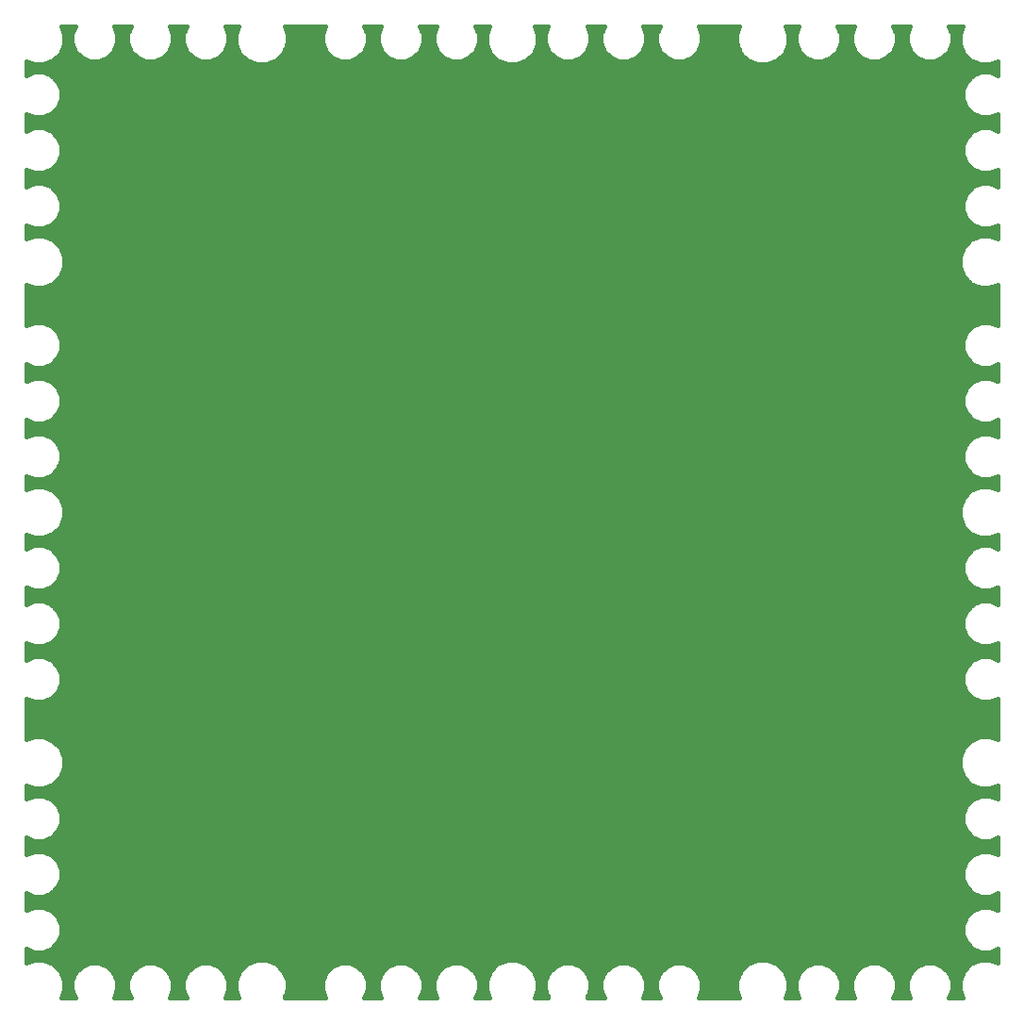
<source format=gbl>
G75*
G70*
%OFA0B0*%
%FSLAX24Y24*%
%IPPOS*%
%LPD*%
%AMOC8*
5,1,8,0,0,1.08239X$1,22.5*
%
%ADD10C,0.0160*%
D10*
X000740Y001977D02*
X000740Y002448D01*
X001006Y002338D01*
X001322Y002338D01*
X001615Y002459D01*
X001838Y002682D01*
X001959Y002975D01*
X001959Y003291D01*
X001838Y003583D01*
X001615Y003807D01*
X001322Y003928D01*
X001006Y003928D01*
X000740Y003817D01*
X000740Y004417D01*
X001006Y004306D01*
X001322Y004306D01*
X001615Y004427D01*
X001838Y004651D01*
X001959Y004943D01*
X001959Y005259D01*
X001838Y005552D01*
X001615Y005775D01*
X001322Y005896D01*
X001006Y005896D01*
X000740Y005786D01*
X000740Y006385D01*
X001006Y006275D01*
X001322Y006275D01*
X001615Y006396D01*
X001838Y006619D01*
X001959Y006912D01*
X001959Y007228D01*
X001838Y007520D01*
X001615Y007744D01*
X001322Y007865D01*
X001006Y007865D01*
X000740Y007754D01*
X000740Y008226D01*
X000983Y008125D01*
X001346Y008125D01*
X001681Y008264D01*
X001938Y008521D01*
X002077Y008857D01*
X002077Y009220D01*
X001938Y009555D01*
X001681Y009812D01*
X001346Y009951D01*
X000983Y009951D01*
X000740Y009851D01*
X000740Y011306D01*
X001006Y011196D01*
X001322Y011196D01*
X001615Y011317D01*
X001838Y011541D01*
X001959Y011833D01*
X001959Y012149D01*
X001838Y012441D01*
X001615Y012665D01*
X001322Y012786D01*
X001006Y012786D01*
X000740Y012676D01*
X000740Y013275D01*
X001006Y013165D01*
X001322Y013165D01*
X001615Y013286D01*
X001838Y013509D01*
X001959Y013801D01*
X001959Y014118D01*
X001838Y014410D01*
X001615Y014633D01*
X001322Y014754D01*
X001006Y014754D01*
X000740Y014644D01*
X000740Y015243D01*
X001006Y015133D01*
X001322Y015133D01*
X001615Y015254D01*
X001838Y015478D01*
X001959Y015770D01*
X001959Y016086D01*
X001838Y016378D01*
X001615Y016602D01*
X001322Y016723D01*
X001006Y016723D01*
X000740Y016613D01*
X000740Y017084D01*
X000983Y016983D01*
X001346Y016983D01*
X001681Y017122D01*
X001938Y017379D01*
X002077Y017715D01*
X002077Y018078D01*
X001938Y018414D01*
X001681Y018671D01*
X001346Y018810D01*
X000983Y018810D01*
X000740Y018709D01*
X000740Y019180D01*
X001006Y019070D01*
X001322Y019070D01*
X001615Y019191D01*
X001838Y019415D01*
X001959Y019707D01*
X001959Y020023D01*
X001838Y020315D01*
X001615Y020539D01*
X001322Y020660D01*
X001006Y020660D01*
X000740Y020550D01*
X000740Y021149D01*
X001006Y021039D01*
X001322Y021039D01*
X001615Y021160D01*
X001838Y021383D01*
X001959Y021675D01*
X001959Y021992D01*
X001838Y022284D01*
X001615Y022507D01*
X001322Y022629D01*
X001006Y022629D01*
X000740Y022518D01*
X000740Y023117D01*
X001006Y023007D01*
X001322Y023007D01*
X001615Y023128D01*
X001838Y023352D01*
X001959Y023644D01*
X001959Y023960D01*
X001838Y024252D01*
X001615Y024476D01*
X001322Y024597D01*
X001006Y024597D01*
X000740Y024487D01*
X000740Y025942D01*
X000983Y025842D01*
X001346Y025842D01*
X001681Y025981D01*
X001938Y026238D01*
X002077Y026573D01*
X002077Y026936D01*
X001938Y027272D01*
X001681Y027529D01*
X001346Y027668D01*
X000983Y027668D01*
X000740Y027567D01*
X000740Y028039D01*
X001006Y027928D01*
X001322Y027928D01*
X001615Y028049D01*
X001838Y028273D01*
X001959Y028565D01*
X001959Y028881D01*
X001838Y029174D01*
X001615Y029397D01*
X001322Y029518D01*
X001006Y029518D01*
X000740Y029408D01*
X000740Y030007D01*
X001006Y029897D01*
X001322Y029897D01*
X001615Y030018D01*
X001838Y030242D01*
X001959Y030534D01*
X001959Y030850D01*
X001838Y031142D01*
X001615Y031366D01*
X001322Y031487D01*
X001006Y031487D01*
X000740Y031377D01*
X000740Y031976D01*
X001006Y031865D01*
X001322Y031865D01*
X001615Y031986D01*
X001838Y032210D01*
X001959Y032502D01*
X001959Y032818D01*
X001838Y033111D01*
X001615Y033334D01*
X001322Y033455D01*
X001006Y033455D01*
X000740Y033345D01*
X000740Y033816D01*
X000983Y033716D01*
X001346Y033716D01*
X001681Y033855D01*
X001938Y034112D01*
X002077Y034447D01*
X002077Y034810D01*
X001977Y035053D01*
X002448Y035053D01*
X002338Y034787D01*
X002338Y034471D01*
X002459Y034179D01*
X002682Y033955D01*
X002975Y033834D01*
X003291Y033834D01*
X003583Y033955D01*
X003807Y034179D01*
X003928Y034471D01*
X003928Y034787D01*
X003817Y035053D01*
X004417Y035053D01*
X004306Y034787D01*
X004306Y034471D01*
X004427Y034179D01*
X004651Y033955D01*
X004943Y033834D01*
X005259Y033834D01*
X005552Y033955D01*
X005775Y034179D01*
X005896Y034471D01*
X005896Y034787D01*
X005786Y035053D01*
X006385Y035053D01*
X006275Y034787D01*
X006275Y034471D01*
X006396Y034179D01*
X006619Y033955D01*
X006912Y033834D01*
X007228Y033834D01*
X007520Y033955D01*
X007744Y034179D01*
X007865Y034471D01*
X007865Y034787D01*
X007754Y035053D01*
X008226Y035053D01*
X008125Y034810D01*
X008125Y034447D01*
X008264Y034112D01*
X008521Y033855D01*
X008857Y033716D01*
X009220Y033716D01*
X009555Y033855D01*
X009812Y034112D01*
X009951Y034447D01*
X009951Y034810D01*
X009851Y035053D01*
X011306Y035053D01*
X011196Y034787D01*
X011196Y034471D01*
X011317Y034179D01*
X011541Y033955D01*
X011833Y033834D01*
X012149Y033834D01*
X012441Y033955D01*
X012665Y034179D01*
X012786Y034471D01*
X012786Y034787D01*
X012676Y035053D01*
X013275Y035053D01*
X013165Y034787D01*
X013165Y034471D01*
X013286Y034179D01*
X013509Y033955D01*
X013801Y033834D01*
X014118Y033834D01*
X014410Y033955D01*
X014633Y034179D01*
X014754Y034471D01*
X014754Y034787D01*
X014644Y035053D01*
X015243Y035053D01*
X015133Y034787D01*
X015133Y034471D01*
X015254Y034179D01*
X015478Y033955D01*
X015770Y033834D01*
X016086Y033834D01*
X016378Y033955D01*
X016602Y034179D01*
X016723Y034471D01*
X016723Y034787D01*
X016613Y035053D01*
X017084Y035053D01*
X016983Y034810D01*
X016983Y034447D01*
X017122Y034112D01*
X017379Y033855D01*
X017715Y033716D01*
X018078Y033716D01*
X018414Y033855D01*
X018671Y034112D01*
X018810Y034447D01*
X018810Y034810D01*
X018709Y035053D01*
X019180Y035053D01*
X019070Y034787D01*
X019070Y034471D01*
X019191Y034179D01*
X019415Y033955D01*
X019707Y033834D01*
X020023Y033834D01*
X020315Y033955D01*
X020539Y034179D01*
X020660Y034471D01*
X020660Y034787D01*
X020550Y035053D01*
X021149Y035053D01*
X021039Y034787D01*
X021039Y034471D01*
X021160Y034179D01*
X021383Y033955D01*
X021675Y033834D01*
X021992Y033834D01*
X022284Y033955D01*
X022507Y034179D01*
X022629Y034471D01*
X022629Y034787D01*
X022518Y035053D01*
X023117Y035053D01*
X023007Y034787D01*
X023007Y034471D01*
X023128Y034179D01*
X023352Y033955D01*
X023644Y033834D01*
X023960Y033834D01*
X024252Y033955D01*
X024476Y034179D01*
X024597Y034471D01*
X024597Y034787D01*
X024487Y035053D01*
X025942Y035053D01*
X025842Y034810D01*
X025842Y034447D01*
X025981Y034112D01*
X026238Y033855D01*
X026573Y033716D01*
X026936Y033716D01*
X027272Y033855D01*
X027529Y034112D01*
X027668Y034447D01*
X027668Y034810D01*
X027567Y035053D01*
X028039Y035053D01*
X027928Y034787D01*
X027928Y034471D01*
X028049Y034179D01*
X028273Y033955D01*
X028565Y033834D01*
X028881Y033834D01*
X029174Y033955D01*
X029397Y034179D01*
X029518Y034471D01*
X029518Y034787D01*
X029408Y035053D01*
X030007Y035053D01*
X029897Y034787D01*
X029897Y034471D01*
X030018Y034179D01*
X030242Y033955D01*
X030534Y033834D01*
X030850Y033834D01*
X031142Y033955D01*
X031366Y034179D01*
X031487Y034471D01*
X031487Y034787D01*
X031377Y035053D01*
X031976Y035053D01*
X031865Y034787D01*
X031865Y034471D01*
X031986Y034179D01*
X032210Y033955D01*
X032502Y033834D01*
X032818Y033834D01*
X033111Y033955D01*
X033334Y034179D01*
X033455Y034471D01*
X033455Y034787D01*
X033345Y035053D01*
X033816Y035053D01*
X033716Y034810D01*
X033716Y034447D01*
X033855Y034112D01*
X034112Y033855D01*
X034447Y033716D01*
X034810Y033716D01*
X035053Y033816D01*
X035053Y033345D01*
X034787Y033455D01*
X034471Y033455D01*
X034179Y033334D01*
X033955Y033111D01*
X033834Y032818D01*
X033834Y032502D01*
X033955Y032210D01*
X034179Y031986D01*
X034471Y031865D01*
X034787Y031865D01*
X035053Y031976D01*
X035053Y031377D01*
X034787Y031487D01*
X034471Y031487D01*
X034179Y031366D01*
X033955Y031142D01*
X033834Y030850D01*
X033834Y030534D01*
X033955Y030242D01*
X034179Y030018D01*
X034471Y029897D01*
X034787Y029897D01*
X035053Y030007D01*
X035053Y029408D01*
X034787Y029518D01*
X034471Y029518D01*
X034179Y029397D01*
X033955Y029174D01*
X033834Y028881D01*
X033834Y028565D01*
X033955Y028273D01*
X034179Y028049D01*
X034471Y027928D01*
X034787Y027928D01*
X035053Y028039D01*
X035053Y027567D01*
X034810Y027668D01*
X034447Y027668D01*
X034112Y027529D01*
X033855Y027272D01*
X033716Y026936D01*
X033716Y026573D01*
X033855Y026238D01*
X034112Y025981D01*
X034447Y025842D01*
X034810Y025842D01*
X035053Y025942D01*
X035053Y024487D01*
X034787Y024597D01*
X034471Y024597D01*
X034179Y024476D01*
X033955Y024252D01*
X033834Y023960D01*
X033834Y023644D01*
X033955Y023352D01*
X034179Y023128D01*
X034471Y023007D01*
X034787Y023007D01*
X035053Y023117D01*
X035053Y022518D01*
X034787Y022629D01*
X034471Y022629D01*
X034179Y022507D01*
X033955Y022284D01*
X033834Y021992D01*
X033834Y021675D01*
X033955Y021383D01*
X034179Y021160D01*
X034471Y021039D01*
X034787Y021039D01*
X035053Y021149D01*
X035053Y020550D01*
X034787Y020660D01*
X034471Y020660D01*
X034179Y020539D01*
X033955Y020315D01*
X033834Y020023D01*
X033834Y019707D01*
X033955Y019415D01*
X034179Y019191D01*
X034471Y019070D01*
X034787Y019070D01*
X035053Y019180D01*
X035053Y018709D01*
X034810Y018810D01*
X034447Y018810D01*
X034112Y018671D01*
X033855Y018414D01*
X033716Y018078D01*
X033716Y017715D01*
X033855Y017379D01*
X034112Y017122D01*
X034447Y016983D01*
X034810Y016983D01*
X035053Y017084D01*
X035053Y016613D01*
X034787Y016723D01*
X034471Y016723D01*
X034179Y016602D01*
X033955Y016378D01*
X033834Y016086D01*
X033834Y015770D01*
X033955Y015478D01*
X034179Y015254D01*
X034471Y015133D01*
X034787Y015133D01*
X035053Y015243D01*
X035053Y014644D01*
X034787Y014754D01*
X034471Y014754D01*
X034179Y014633D01*
X033955Y014410D01*
X033834Y014118D01*
X033834Y013801D01*
X033955Y013509D01*
X034179Y013286D01*
X034471Y013165D01*
X034787Y013165D01*
X035053Y013275D01*
X035053Y012676D01*
X034787Y012786D01*
X034471Y012786D01*
X034179Y012665D01*
X033955Y012441D01*
X033834Y012149D01*
X033834Y011833D01*
X033955Y011541D01*
X034179Y011317D01*
X034471Y011196D01*
X034787Y011196D01*
X035053Y011306D01*
X035053Y009851D01*
X034810Y009951D01*
X034447Y009951D01*
X034112Y009812D01*
X033855Y009555D01*
X033716Y009220D01*
X033716Y008857D01*
X033855Y008521D01*
X034112Y008264D01*
X034447Y008125D01*
X034810Y008125D01*
X035053Y008226D01*
X035053Y007754D01*
X034787Y007865D01*
X034471Y007865D01*
X034179Y007744D01*
X033955Y007520D01*
X033834Y007228D01*
X033834Y006912D01*
X033955Y006619D01*
X034179Y006396D01*
X034471Y006275D01*
X034787Y006275D01*
X035053Y006385D01*
X035053Y005786D01*
X034787Y005896D01*
X034471Y005896D01*
X034179Y005775D01*
X033955Y005552D01*
X033834Y005259D01*
X033834Y004943D01*
X033955Y004651D01*
X034179Y004427D01*
X034471Y004306D01*
X034787Y004306D01*
X035053Y004417D01*
X035053Y003817D01*
X034787Y003928D01*
X034471Y003928D01*
X034179Y003807D01*
X033955Y003583D01*
X033834Y003291D01*
X033834Y002975D01*
X033955Y002682D01*
X034179Y002459D01*
X034471Y002338D01*
X034787Y002338D01*
X035053Y002448D01*
X035053Y001977D01*
X034810Y002077D01*
X034447Y002077D01*
X034112Y001938D01*
X033855Y001681D01*
X033716Y001346D01*
X033716Y000983D01*
X033816Y000740D01*
X033345Y000740D01*
X033455Y001006D01*
X033455Y001322D01*
X033334Y001615D01*
X033111Y001838D01*
X032818Y001959D01*
X032502Y001959D01*
X032210Y001838D01*
X031986Y001615D01*
X031865Y001322D01*
X031865Y001006D01*
X031976Y000740D01*
X031377Y000740D01*
X031487Y001006D01*
X031487Y001322D01*
X031366Y001615D01*
X031142Y001838D01*
X030850Y001959D01*
X030534Y001959D01*
X030242Y001838D01*
X030018Y001615D01*
X029897Y001322D01*
X029897Y001006D01*
X030007Y000740D01*
X029408Y000740D01*
X029518Y001006D01*
X029518Y001322D01*
X029397Y001615D01*
X029174Y001838D01*
X028881Y001959D01*
X028565Y001959D01*
X028273Y001838D01*
X028049Y001615D01*
X027928Y001322D01*
X027928Y001006D01*
X028039Y000740D01*
X027567Y000740D01*
X027668Y000983D01*
X027668Y001346D01*
X027529Y001681D01*
X027272Y001938D01*
X026936Y002077D01*
X026573Y002077D01*
X026238Y001938D01*
X025981Y001681D01*
X025842Y001346D01*
X025842Y000983D01*
X025942Y000740D01*
X024487Y000740D01*
X024597Y001006D01*
X024597Y001322D01*
X024476Y001615D01*
X024252Y001838D01*
X023960Y001959D01*
X023644Y001959D01*
X023352Y001838D01*
X023128Y001615D01*
X023007Y001322D01*
X023007Y001006D01*
X023117Y000740D01*
X022518Y000740D01*
X022629Y001006D01*
X022629Y001322D01*
X022507Y001615D01*
X022284Y001838D01*
X021992Y001959D01*
X021675Y001959D01*
X021383Y001838D01*
X021160Y001615D01*
X021039Y001322D01*
X021039Y001006D01*
X021149Y000740D01*
X020550Y000740D01*
X020660Y001006D01*
X020660Y001322D01*
X020539Y001615D01*
X020315Y001838D01*
X020023Y001959D01*
X019707Y001959D01*
X019415Y001838D01*
X019191Y001615D01*
X019070Y001322D01*
X019070Y001006D01*
X019180Y000740D01*
X018709Y000740D01*
X018810Y000983D01*
X018810Y001346D01*
X018671Y001681D01*
X018414Y001938D01*
X018078Y002077D01*
X017715Y002077D01*
X017379Y001938D01*
X017122Y001681D01*
X016983Y001346D01*
X016983Y000983D01*
X017084Y000740D01*
X016613Y000740D01*
X016723Y001006D01*
X016723Y001322D01*
X016602Y001615D01*
X016378Y001838D01*
X016086Y001959D01*
X015770Y001959D01*
X015478Y001838D01*
X015254Y001615D01*
X015133Y001322D01*
X015133Y001006D01*
X015243Y000740D01*
X014644Y000740D01*
X014754Y001006D01*
X014754Y001322D01*
X014633Y001615D01*
X014410Y001838D01*
X014118Y001959D01*
X013801Y001959D01*
X013509Y001838D01*
X013286Y001615D01*
X013165Y001322D01*
X013165Y001006D01*
X013275Y000740D01*
X012676Y000740D01*
X012786Y001006D01*
X012786Y001322D01*
X012665Y001615D01*
X012441Y001838D01*
X012149Y001959D01*
X011833Y001959D01*
X011541Y001838D01*
X011317Y001615D01*
X011196Y001322D01*
X011196Y001006D01*
X011306Y000740D01*
X009851Y000740D01*
X009951Y000983D01*
X009951Y001346D01*
X009812Y001681D01*
X009555Y001938D01*
X009220Y002077D01*
X008857Y002077D01*
X008521Y001938D01*
X008264Y001681D01*
X008125Y001346D01*
X008125Y000983D01*
X008226Y000740D01*
X007754Y000740D01*
X007865Y001006D01*
X007865Y001322D01*
X007744Y001615D01*
X007520Y001838D01*
X007228Y001959D01*
X006912Y001959D01*
X006619Y001838D01*
X006396Y001615D01*
X006275Y001322D01*
X006275Y001006D01*
X006385Y000740D01*
X005786Y000740D01*
X005896Y001006D01*
X005896Y001322D01*
X005775Y001615D01*
X005552Y001838D01*
X005259Y001959D01*
X004943Y001959D01*
X004651Y001838D01*
X004427Y001615D01*
X004306Y001322D01*
X004306Y001006D01*
X004417Y000740D01*
X003817Y000740D01*
X003928Y001006D01*
X003928Y001322D01*
X003807Y001615D01*
X003583Y001838D01*
X003291Y001959D01*
X002975Y001959D01*
X002682Y001838D01*
X002459Y001615D01*
X002338Y001322D01*
X002338Y001006D01*
X002448Y000740D01*
X001977Y000740D01*
X002077Y000983D01*
X002077Y001346D01*
X001938Y001681D01*
X001681Y001938D01*
X001346Y002077D01*
X000983Y002077D01*
X000740Y001977D01*
X000740Y002082D02*
X035053Y002082D01*
X035053Y002241D02*
X000740Y002241D01*
X000740Y002399D02*
X000858Y002399D01*
X001470Y002399D02*
X034323Y002399D01*
X034080Y002558D02*
X001713Y002558D01*
X001852Y002716D02*
X033941Y002716D01*
X033875Y002875D02*
X001918Y002875D01*
X001959Y003033D02*
X033834Y003033D01*
X033834Y003192D02*
X001959Y003192D01*
X001935Y003350D02*
X033858Y003350D01*
X033924Y003509D02*
X001869Y003509D01*
X001754Y003667D02*
X034039Y003667D01*
X034224Y003826D02*
X001569Y003826D01*
X001647Y004460D02*
X034146Y004460D01*
X033988Y004618D02*
X001805Y004618D01*
X001890Y004777D02*
X033903Y004777D01*
X033837Y004935D02*
X001956Y004935D01*
X001959Y005094D02*
X033834Y005094D01*
X033834Y005252D02*
X001959Y005252D01*
X001897Y005411D02*
X033896Y005411D01*
X033972Y005569D02*
X001821Y005569D01*
X001662Y005728D02*
X034131Y005728D01*
X034446Y005886D02*
X001347Y005886D01*
X000981Y005886D02*
X000740Y005886D01*
X000740Y006045D02*
X035053Y006045D01*
X035053Y006203D02*
X000740Y006203D01*
X000740Y006362D02*
X000797Y006362D01*
X001532Y006362D02*
X034261Y006362D01*
X034054Y006520D02*
X001739Y006520D01*
X001863Y006679D02*
X033930Y006679D01*
X033865Y006837D02*
X001928Y006837D01*
X001959Y006996D02*
X033834Y006996D01*
X033834Y007154D02*
X001959Y007154D01*
X001924Y007313D02*
X033869Y007313D01*
X033935Y007471D02*
X001859Y007471D01*
X001729Y007630D02*
X034064Y007630D01*
X034285Y007788D02*
X001508Y007788D01*
X001680Y008264D02*
X034113Y008264D01*
X033954Y008422D02*
X001839Y008422D01*
X001963Y008581D02*
X033830Y008581D01*
X033764Y008739D02*
X002029Y008739D01*
X002077Y008898D02*
X033716Y008898D01*
X033716Y009056D02*
X002077Y009056D01*
X002077Y009215D02*
X033716Y009215D01*
X033779Y009373D02*
X002014Y009373D01*
X001948Y009532D02*
X033845Y009532D01*
X033989Y009690D02*
X001804Y009690D01*
X001594Y009849D02*
X034199Y009849D01*
X035053Y010007D02*
X000740Y010007D01*
X000740Y010166D02*
X035053Y010166D01*
X035053Y010324D02*
X000740Y010324D01*
X000740Y010483D02*
X035053Y010483D01*
X035053Y010641D02*
X000740Y010641D01*
X000740Y010800D02*
X035053Y010800D01*
X035053Y010958D02*
X000740Y010958D01*
X000740Y011117D02*
X035053Y011117D01*
X035053Y011275D02*
X034978Y011275D01*
X034280Y011275D02*
X001513Y011275D01*
X001731Y011434D02*
X034062Y011434D01*
X033934Y011592D02*
X001859Y011592D01*
X001925Y011751D02*
X033868Y011751D01*
X033834Y011909D02*
X001959Y011909D01*
X001959Y012068D02*
X033834Y012068D01*
X033866Y012226D02*
X001927Y012226D01*
X001862Y012385D02*
X033931Y012385D01*
X034057Y012543D02*
X001736Y012543D01*
X001526Y012702D02*
X034267Y012702D01*
X034441Y013177D02*
X001352Y013177D01*
X001664Y013336D02*
X034129Y013336D01*
X033970Y013494D02*
X001823Y013494D01*
X001898Y013653D02*
X033896Y013653D01*
X033834Y013811D02*
X001959Y013811D01*
X001959Y013970D02*
X033834Y013970D01*
X033838Y014128D02*
X001955Y014128D01*
X001889Y014287D02*
X033904Y014287D01*
X033990Y014445D02*
X001803Y014445D01*
X001645Y014604D02*
X034149Y014604D01*
X034219Y015238D02*
X001575Y015238D01*
X001756Y015396D02*
X034037Y015396D01*
X033923Y015555D02*
X001870Y015555D01*
X001936Y015713D02*
X033857Y015713D01*
X033834Y015872D02*
X001959Y015872D01*
X001959Y016030D02*
X033834Y016030D01*
X033876Y016189D02*
X001917Y016189D01*
X001851Y016347D02*
X033942Y016347D01*
X034082Y016506D02*
X001711Y016506D01*
X001465Y016664D02*
X034328Y016664D01*
X034095Y017140D02*
X001699Y017140D01*
X001857Y017298D02*
X033936Y017298D01*
X033823Y017457D02*
X001970Y017457D01*
X002036Y017615D02*
X033757Y017615D01*
X033716Y017774D02*
X002077Y017774D01*
X002077Y017932D02*
X033716Y017932D01*
X033721Y018091D02*
X002072Y018091D01*
X002007Y018249D02*
X033787Y018249D01*
X033852Y018408D02*
X001941Y018408D01*
X001786Y018566D02*
X034007Y018566D01*
X034242Y018725D02*
X001551Y018725D01*
X001623Y019200D02*
X034170Y019200D01*
X034011Y019359D02*
X001782Y019359D01*
X001881Y019517D02*
X033913Y019517D01*
X033847Y019676D02*
X001946Y019676D01*
X001959Y019834D02*
X033834Y019834D01*
X033834Y019993D02*
X001959Y019993D01*
X001906Y020151D02*
X033887Y020151D01*
X033952Y020310D02*
X001841Y020310D01*
X001686Y020468D02*
X034108Y020468D01*
X034390Y020627D02*
X001403Y020627D01*
X000925Y020627D02*
X000740Y020627D01*
X000740Y020785D02*
X035053Y020785D01*
X035053Y020627D02*
X034868Y020627D01*
X035053Y020944D02*
X000740Y020944D01*
X000740Y021102D02*
X000853Y021102D01*
X001476Y021102D02*
X034318Y021102D01*
X034078Y021261D02*
X001715Y021261D01*
X001853Y021419D02*
X033940Y021419D01*
X033874Y021578D02*
X001919Y021578D01*
X001959Y021736D02*
X033834Y021736D01*
X033834Y021895D02*
X001959Y021895D01*
X001934Y022053D02*
X033859Y022053D01*
X033925Y022212D02*
X001868Y022212D01*
X001752Y022370D02*
X034041Y022370D01*
X034229Y022529D02*
X001564Y022529D01*
X001649Y023163D02*
X034144Y023163D01*
X033986Y023321D02*
X001807Y023321D01*
X001891Y023480D02*
X033902Y023480D01*
X033836Y023638D02*
X001957Y023638D01*
X001959Y023797D02*
X033834Y023797D01*
X033834Y023955D02*
X001959Y023955D01*
X001896Y024114D02*
X033897Y024114D01*
X033975Y024272D02*
X001819Y024272D01*
X001660Y024431D02*
X034133Y024431D01*
X034451Y024589D02*
X001342Y024589D01*
X000987Y024589D02*
X000740Y024589D01*
X000740Y024748D02*
X035053Y024748D01*
X035053Y024906D02*
X000740Y024906D01*
X000740Y025065D02*
X035053Y025065D01*
X035053Y025223D02*
X000740Y025223D01*
X000740Y025382D02*
X035053Y025382D01*
X035053Y025540D02*
X000740Y025540D01*
X000740Y025699D02*
X035053Y025699D01*
X035053Y025857D02*
X034847Y025857D01*
X034410Y025857D02*
X001383Y025857D01*
X001716Y026016D02*
X034077Y026016D01*
X033918Y026174D02*
X001875Y026174D01*
X001978Y026333D02*
X033815Y026333D01*
X033750Y026491D02*
X002043Y026491D01*
X002077Y026650D02*
X033716Y026650D01*
X033716Y026808D02*
X002077Y026808D01*
X002065Y026967D02*
X033728Y026967D01*
X033794Y027125D02*
X001999Y027125D01*
X001927Y027284D02*
X033866Y027284D01*
X034025Y027442D02*
X001768Y027442D01*
X001508Y027601D02*
X034285Y027601D01*
X034152Y028076D02*
X001641Y028076D01*
X001800Y028235D02*
X033993Y028235D01*
X033905Y028393D02*
X001888Y028393D01*
X001954Y028552D02*
X033840Y028552D01*
X033834Y028710D02*
X001959Y028710D01*
X001959Y028869D02*
X033834Y028869D01*
X033894Y029027D02*
X001899Y029027D01*
X001826Y029186D02*
X033967Y029186D01*
X034125Y029344D02*
X001668Y029344D01*
X001360Y029503D02*
X034433Y029503D01*
X034825Y029503D02*
X035053Y029503D01*
X035053Y029661D02*
X000740Y029661D01*
X000740Y029503D02*
X000968Y029503D01*
X000740Y029820D02*
X035053Y029820D01*
X035053Y029978D02*
X034983Y029978D01*
X034275Y029978D02*
X001518Y029978D01*
X001733Y030137D02*
X034060Y030137D01*
X033933Y030295D02*
X001860Y030295D01*
X001926Y030454D02*
X033867Y030454D01*
X033834Y030612D02*
X001959Y030612D01*
X001959Y030771D02*
X033834Y030771D01*
X033867Y030929D02*
X001926Y030929D01*
X001861Y031088D02*
X033932Y031088D01*
X034059Y031246D02*
X001734Y031246D01*
X001521Y031405D02*
X034272Y031405D01*
X034435Y031880D02*
X001358Y031880D01*
X001667Y032039D02*
X034126Y032039D01*
X033968Y032197D02*
X001825Y032197D01*
X001898Y032356D02*
X033895Y032356D01*
X033834Y032514D02*
X001959Y032514D01*
X001959Y032673D02*
X033834Y032673D01*
X033839Y032831D02*
X001954Y032831D01*
X001888Y032990D02*
X033905Y032990D01*
X033992Y033148D02*
X001801Y033148D01*
X001642Y033307D02*
X034151Y033307D01*
X034287Y033782D02*
X027096Y033782D01*
X027358Y033941D02*
X028308Y033941D01*
X028129Y034099D02*
X027516Y034099D01*
X027589Y034258D02*
X028017Y034258D01*
X027951Y034416D02*
X027655Y034416D01*
X027668Y034575D02*
X027928Y034575D01*
X027928Y034733D02*
X027668Y034733D01*
X027634Y034892D02*
X027972Y034892D01*
X028037Y035050D02*
X027569Y035050D01*
X026413Y033782D02*
X018238Y033782D01*
X018500Y033941D02*
X019449Y033941D01*
X019271Y034099D02*
X018658Y034099D01*
X018731Y034258D02*
X019158Y034258D01*
X019093Y034416D02*
X018797Y034416D01*
X018810Y034575D02*
X019070Y034575D01*
X019070Y034733D02*
X018810Y034733D01*
X018776Y034892D02*
X019113Y034892D01*
X019179Y035050D02*
X018710Y035050D01*
X017555Y033782D02*
X009380Y033782D01*
X009641Y033941D02*
X011575Y033941D01*
X011397Y034099D02*
X009800Y034099D01*
X009873Y034258D02*
X011284Y034258D01*
X011219Y034416D02*
X009938Y034416D01*
X009951Y034575D02*
X011196Y034575D01*
X011196Y034733D02*
X009951Y034733D01*
X009918Y034892D02*
X011239Y034892D01*
X011305Y035050D02*
X009852Y035050D01*
X008697Y033782D02*
X001506Y033782D01*
X001767Y033941D02*
X002717Y033941D01*
X002538Y034099D02*
X001926Y034099D01*
X001999Y034258D02*
X002426Y034258D01*
X002360Y034416D02*
X002064Y034416D01*
X002077Y034575D02*
X002338Y034575D01*
X002338Y034733D02*
X002077Y034733D01*
X002044Y034892D02*
X002381Y034892D01*
X002447Y035050D02*
X001978Y035050D01*
X000823Y033782D02*
X000740Y033782D01*
X000740Y033624D02*
X035053Y033624D01*
X035053Y033782D02*
X034971Y033782D01*
X035053Y033465D02*
X000740Y033465D01*
X000740Y031880D02*
X000971Y031880D01*
X000740Y031722D02*
X035053Y031722D01*
X035053Y031880D02*
X034822Y031880D01*
X035053Y031563D02*
X000740Y031563D01*
X000740Y031405D02*
X000808Y031405D01*
X000810Y029978D02*
X000740Y029978D01*
X000740Y027918D02*
X035053Y027918D01*
X035053Y027759D02*
X000740Y027759D01*
X000740Y027601D02*
X000820Y027601D01*
X000740Y025857D02*
X000946Y025857D01*
X000740Y023004D02*
X035053Y023004D01*
X035053Y022846D02*
X000740Y022846D01*
X000740Y022687D02*
X035053Y022687D01*
X035053Y022529D02*
X035028Y022529D01*
X035053Y021102D02*
X034940Y021102D01*
X035053Y019042D02*
X000740Y019042D01*
X000740Y018883D02*
X035053Y018883D01*
X035053Y018725D02*
X035016Y018725D01*
X035053Y016981D02*
X000740Y016981D01*
X000740Y016823D02*
X035053Y016823D01*
X035053Y016664D02*
X034929Y016664D01*
X035039Y015238D02*
X035053Y015238D01*
X035053Y015079D02*
X000740Y015079D01*
X000740Y014921D02*
X035053Y014921D01*
X035053Y014762D02*
X000740Y014762D01*
X000740Y015238D02*
X000754Y015238D01*
X000740Y016664D02*
X000864Y016664D01*
X000777Y018725D02*
X000740Y018725D01*
X000740Y022529D02*
X000765Y022529D01*
X000740Y013177D02*
X000976Y013177D01*
X000740Y013019D02*
X035053Y013019D01*
X035053Y013177D02*
X034817Y013177D01*
X035053Y012860D02*
X000740Y012860D01*
X000740Y012702D02*
X000802Y012702D01*
X000816Y011275D02*
X000740Y011275D01*
X000740Y008105D02*
X035053Y008105D01*
X035053Y007947D02*
X000740Y007947D01*
X000740Y007788D02*
X000821Y007788D01*
X000740Y004301D02*
X035053Y004301D01*
X035053Y004143D02*
X000740Y004143D01*
X000740Y003984D02*
X035053Y003984D01*
X035053Y003826D02*
X035034Y003826D01*
X035053Y002399D02*
X034935Y002399D01*
X034097Y001924D02*
X032905Y001924D01*
X033184Y001765D02*
X033938Y001765D01*
X033824Y001607D02*
X033338Y001607D01*
X033403Y001448D02*
X033758Y001448D01*
X033716Y001290D02*
X033455Y001290D01*
X033455Y001131D02*
X033716Y001131D01*
X033720Y000973D02*
X033441Y000973D01*
X033376Y000814D02*
X033786Y000814D01*
X032416Y001924D02*
X030936Y001924D01*
X031215Y001765D02*
X032137Y001765D01*
X031983Y001607D02*
X031369Y001607D01*
X031435Y001448D02*
X031917Y001448D01*
X031865Y001290D02*
X031487Y001290D01*
X031487Y001131D02*
X031865Y001131D01*
X031879Y000973D02*
X031473Y000973D01*
X031407Y000814D02*
X031945Y000814D01*
X030447Y001924D02*
X028968Y001924D01*
X029247Y001765D02*
X030168Y001765D01*
X030015Y001607D02*
X029401Y001607D01*
X029466Y001448D02*
X029949Y001448D01*
X029897Y001290D02*
X029518Y001290D01*
X029518Y001131D02*
X029897Y001131D01*
X029911Y000973D02*
X029504Y000973D01*
X029439Y000814D02*
X029976Y000814D01*
X028479Y001924D02*
X027287Y001924D01*
X027445Y001765D02*
X028200Y001765D01*
X028046Y001607D02*
X027560Y001607D01*
X027626Y001448D02*
X027980Y001448D01*
X027928Y001290D02*
X027668Y001290D01*
X027668Y001131D02*
X027928Y001131D01*
X027942Y000973D02*
X027664Y000973D01*
X027598Y000814D02*
X028008Y000814D01*
X026223Y001924D02*
X024046Y001924D01*
X024326Y001765D02*
X026064Y001765D01*
X025950Y001607D02*
X024479Y001607D01*
X024545Y001448D02*
X025884Y001448D01*
X025842Y001290D02*
X024597Y001290D01*
X024597Y001131D02*
X025842Y001131D01*
X025846Y000973D02*
X024583Y000973D01*
X024517Y000814D02*
X025912Y000814D01*
X023558Y001924D02*
X022078Y001924D01*
X022357Y001765D02*
X023279Y001765D01*
X023125Y001607D02*
X022511Y001607D01*
X022576Y001448D02*
X023059Y001448D01*
X023007Y001290D02*
X022629Y001290D01*
X022629Y001131D02*
X023007Y001131D01*
X023021Y000973D02*
X022615Y000973D01*
X022549Y000814D02*
X023087Y000814D01*
X021589Y001924D02*
X020109Y001924D01*
X020389Y001765D02*
X021310Y001765D01*
X021156Y001607D02*
X020542Y001607D01*
X020608Y001448D02*
X021091Y001448D01*
X021039Y001290D02*
X020660Y001290D01*
X020660Y001131D02*
X021039Y001131D01*
X021053Y000973D02*
X020646Y000973D01*
X020580Y000814D02*
X021118Y000814D01*
X019621Y001924D02*
X018429Y001924D01*
X018587Y001765D02*
X019342Y001765D01*
X019188Y001607D02*
X018702Y001607D01*
X018767Y001448D02*
X019122Y001448D01*
X019070Y001290D02*
X018810Y001290D01*
X018810Y001131D02*
X019070Y001131D01*
X019084Y000973D02*
X018805Y000973D01*
X018740Y000814D02*
X019150Y000814D01*
X017365Y001924D02*
X016172Y001924D01*
X016452Y001765D02*
X017206Y001765D01*
X017091Y001607D02*
X016605Y001607D01*
X016671Y001448D02*
X017026Y001448D01*
X016983Y001290D02*
X016723Y001290D01*
X016723Y001131D02*
X016983Y001131D01*
X016988Y000973D02*
X016709Y000973D01*
X016643Y000814D02*
X017053Y000814D01*
X015684Y001924D02*
X014204Y001924D01*
X014483Y001765D02*
X015405Y001765D01*
X015251Y001607D02*
X014637Y001607D01*
X014702Y001448D02*
X015185Y001448D01*
X015133Y001290D02*
X014754Y001290D01*
X014754Y001131D02*
X015133Y001131D01*
X015147Y000973D02*
X014741Y000973D01*
X014675Y000814D02*
X015213Y000814D01*
X013715Y001924D02*
X012235Y001924D01*
X012515Y001765D02*
X013436Y001765D01*
X013282Y001607D02*
X012668Y001607D01*
X012734Y001448D02*
X013217Y001448D01*
X013165Y001290D02*
X012786Y001290D01*
X012786Y001131D02*
X013165Y001131D01*
X013178Y000973D02*
X012772Y000973D01*
X012706Y000814D02*
X013244Y000814D01*
X011747Y001924D02*
X009570Y001924D01*
X009729Y001765D02*
X011468Y001765D01*
X011314Y001607D02*
X009843Y001607D01*
X009909Y001448D02*
X011248Y001448D01*
X011196Y001290D02*
X009951Y001290D01*
X009951Y001131D02*
X011196Y001131D01*
X011210Y000973D02*
X009947Y000973D01*
X009881Y000814D02*
X011276Y000814D01*
X008506Y001924D02*
X007314Y001924D01*
X007593Y001765D02*
X008348Y001765D01*
X008233Y001607D02*
X007747Y001607D01*
X007813Y001448D02*
X008168Y001448D01*
X008125Y001290D02*
X007865Y001290D01*
X007865Y001131D02*
X008125Y001131D01*
X008129Y000973D02*
X007851Y000973D01*
X007785Y000814D02*
X008195Y000814D01*
X006825Y001924D02*
X005346Y001924D01*
X005625Y001765D02*
X006546Y001765D01*
X006392Y001607D02*
X005779Y001607D01*
X005844Y001448D02*
X006327Y001448D01*
X006275Y001290D02*
X005896Y001290D01*
X005896Y001131D02*
X006275Y001131D01*
X006289Y000973D02*
X005882Y000973D01*
X005817Y000814D02*
X006354Y000814D01*
X004857Y001924D02*
X003377Y001924D01*
X003656Y001765D02*
X004578Y001765D01*
X004424Y001607D02*
X003810Y001607D01*
X003876Y001448D02*
X004358Y001448D01*
X004306Y001290D02*
X003928Y001290D01*
X003928Y001131D02*
X004306Y001131D01*
X004320Y000973D02*
X003914Y000973D01*
X003848Y000814D02*
X004386Y000814D01*
X002888Y001924D02*
X001696Y001924D01*
X001855Y001765D02*
X002609Y001765D01*
X002455Y001607D02*
X001969Y001607D01*
X002035Y001448D02*
X002390Y001448D01*
X002338Y001290D02*
X002077Y001290D01*
X002077Y001131D02*
X002338Y001131D01*
X002352Y000973D02*
X002073Y000973D01*
X002007Y000814D02*
X002417Y000814D01*
X000759Y003826D02*
X000740Y003826D01*
X003548Y033941D02*
X004686Y033941D01*
X004507Y034099D02*
X003727Y034099D01*
X003839Y034258D02*
X004395Y034258D01*
X004329Y034416D02*
X003905Y034416D01*
X003928Y034575D02*
X004306Y034575D01*
X004306Y034733D02*
X003928Y034733D01*
X003884Y034892D02*
X004350Y034892D01*
X004415Y035050D02*
X003819Y035050D01*
X005517Y033941D02*
X006654Y033941D01*
X006475Y034099D02*
X005696Y034099D01*
X005808Y034258D02*
X006363Y034258D01*
X006297Y034416D02*
X005874Y034416D01*
X005896Y034575D02*
X006275Y034575D01*
X006275Y034733D02*
X005896Y034733D01*
X005853Y034892D02*
X006318Y034892D01*
X006384Y035050D02*
X005787Y035050D01*
X007485Y033941D02*
X008435Y033941D01*
X008277Y034099D02*
X007664Y034099D01*
X007776Y034258D02*
X008204Y034258D01*
X008138Y034416D02*
X007842Y034416D01*
X007865Y034575D02*
X008125Y034575D01*
X008125Y034733D02*
X007865Y034733D01*
X007821Y034892D02*
X008159Y034892D01*
X008224Y035050D02*
X007756Y035050D01*
X012407Y033941D02*
X013544Y033941D01*
X013365Y034099D02*
X012586Y034099D01*
X012698Y034258D02*
X013253Y034258D01*
X013187Y034416D02*
X012763Y034416D01*
X012786Y034575D02*
X013165Y034575D01*
X013165Y034733D02*
X012786Y034733D01*
X012743Y034892D02*
X013208Y034892D01*
X013274Y035050D02*
X012677Y035050D01*
X014646Y035050D02*
X015242Y035050D01*
X015176Y034892D02*
X014711Y034892D01*
X014754Y034733D02*
X015133Y034733D01*
X015133Y034575D02*
X014754Y034575D01*
X014732Y034416D02*
X015156Y034416D01*
X015221Y034258D02*
X014666Y034258D01*
X014554Y034099D02*
X015334Y034099D01*
X015512Y033941D02*
X014375Y033941D01*
X016344Y033941D02*
X017294Y033941D01*
X017135Y034099D02*
X016523Y034099D01*
X016635Y034258D02*
X017062Y034258D01*
X016996Y034416D02*
X016700Y034416D01*
X016723Y034575D02*
X016983Y034575D01*
X016983Y034733D02*
X016723Y034733D01*
X016680Y034892D02*
X017017Y034892D01*
X017083Y035050D02*
X016614Y035050D01*
X020281Y033941D02*
X021418Y033941D01*
X021239Y034099D02*
X020460Y034099D01*
X020572Y034258D02*
X021127Y034258D01*
X021061Y034416D02*
X020637Y034416D01*
X020660Y034575D02*
X021039Y034575D01*
X021039Y034733D02*
X020660Y034733D01*
X020617Y034892D02*
X021082Y034892D01*
X021148Y035050D02*
X020551Y035050D01*
X022520Y035050D02*
X023116Y035050D01*
X023050Y034892D02*
X022585Y034892D01*
X022629Y034733D02*
X023007Y034733D01*
X023007Y034575D02*
X022629Y034575D01*
X022606Y034416D02*
X023030Y034416D01*
X023095Y034258D02*
X022540Y034258D01*
X022428Y034099D02*
X023208Y034099D01*
X023386Y033941D02*
X022249Y033941D01*
X024218Y033941D02*
X026152Y033941D01*
X025993Y034099D02*
X024397Y034099D01*
X024509Y034258D02*
X025920Y034258D01*
X025855Y034416D02*
X024574Y034416D01*
X024597Y034575D02*
X025842Y034575D01*
X025842Y034733D02*
X024597Y034733D01*
X024554Y034892D02*
X025875Y034892D01*
X025941Y035050D02*
X024488Y035050D01*
X029139Y033941D02*
X030276Y033941D01*
X030097Y034099D02*
X029318Y034099D01*
X029430Y034258D02*
X029985Y034258D01*
X029919Y034416D02*
X029496Y034416D01*
X029518Y034575D02*
X029897Y034575D01*
X029897Y034733D02*
X029518Y034733D01*
X029475Y034892D02*
X029940Y034892D01*
X030006Y035050D02*
X029409Y035050D01*
X031108Y033941D02*
X032245Y033941D01*
X032066Y034099D02*
X031286Y034099D01*
X031398Y034258D02*
X031954Y034258D01*
X031888Y034416D02*
X031464Y034416D01*
X031487Y034575D02*
X031865Y034575D01*
X031865Y034733D02*
X031487Y034733D01*
X031443Y034892D02*
X031909Y034892D01*
X031974Y035050D02*
X031378Y035050D01*
X033076Y033941D02*
X034026Y033941D01*
X033867Y034099D02*
X033255Y034099D01*
X033367Y034258D02*
X033794Y034258D01*
X033729Y034416D02*
X033433Y034416D01*
X033455Y034575D02*
X033716Y034575D01*
X033716Y034733D02*
X033455Y034733D01*
X033412Y034892D02*
X033749Y034892D01*
X033815Y035050D02*
X033346Y035050D01*
X034985Y031405D02*
X035053Y031405D01*
X034973Y027601D02*
X035053Y027601D01*
X035053Y024589D02*
X034806Y024589D01*
X034991Y012702D02*
X035053Y012702D01*
X034972Y007788D02*
X035053Y007788D01*
X035053Y006362D02*
X034996Y006362D01*
X035053Y005886D02*
X034812Y005886D01*
M02*

</source>
